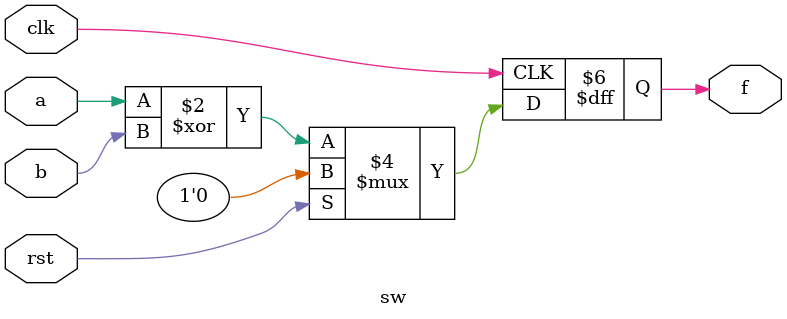
<source format=v>
module sw(
  input clk,
  input rst,
  input a,
  input b,
  output reg f
);

always@(posedge clk )
if(rst) f <= 0;
else f <= a^b;

	

endmodule


</source>
